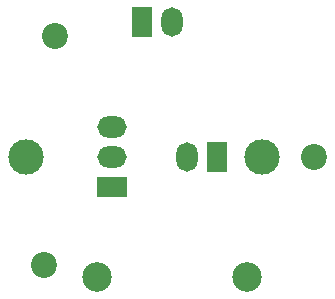
<source format=gbs>
%TF.GenerationSoftware,KiCad,Pcbnew,6.0.7*%
%TF.CreationDate,2022-09-06T10:13:29+02:00*%
%TF.ProjectId,gluhwurmchen,676c7568-7775-4726-9d63-68656e2e6b69,rev?*%
%TF.SameCoordinates,Original*%
%TF.FileFunction,Soldermask,Bot*%
%TF.FilePolarity,Negative*%
%FSLAX46Y46*%
G04 Gerber Fmt 4.6, Leading zero omitted, Abs format (unit mm)*
G04 Created by KiCad (PCBNEW 6.0.7) date 2022-09-06 10:13:29*
%MOMM*%
%LPD*%
G01*
G04 APERTURE LIST*
%ADD10C,2.200000*%
%ADD11C,2.500000*%
%ADD12R,1.800000X2.500000*%
%ADD13O,1.800000X2.500000*%
%ADD14R,2.500000X1.800000*%
%ADD15O,2.500000X1.800000*%
%ADD16C,3.000000*%
G04 APERTURE END LIST*
D10*
X73025000Y-98044000D03*
D11*
X77470000Y-99060000D03*
X90170000Y-99060000D03*
D10*
X95885000Y-88900000D03*
D12*
X81280000Y-77470000D03*
D13*
X83820000Y-77470000D03*
D10*
X73914000Y-78613000D03*
D14*
X78740000Y-91440000D03*
D15*
X78740000Y-88900000D03*
X78740000Y-86360000D03*
D12*
X87630000Y-88900000D03*
D13*
X85090000Y-88900000D03*
D16*
X91440000Y-88900000D03*
X71440000Y-88900000D03*
M02*

</source>
